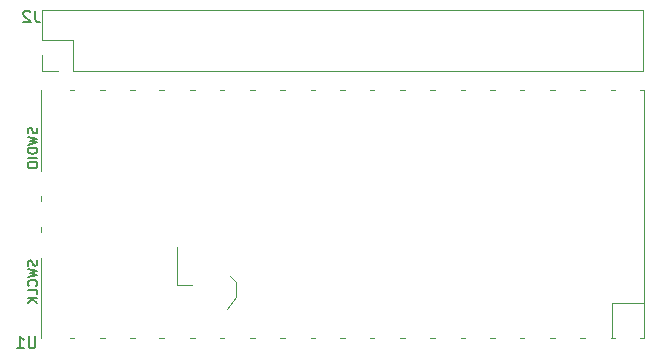
<source format=gbr>
%TF.GenerationSoftware,KiCad,Pcbnew,8.0.2*%
%TF.CreationDate,2024-05-24T16:47:28+07:00*%
%TF.ProjectId,ADC_pHAT,4144435f-7048-4415-942e-6b696361645f,rev?*%
%TF.SameCoordinates,PX5cbead0PY5705d50*%
%TF.FileFunction,Legend,Bot*%
%TF.FilePolarity,Positive*%
%FSLAX46Y46*%
G04 Gerber Fmt 4.6, Leading zero omitted, Abs format (unit mm)*
G04 Created by KiCad (PCBNEW 8.0.2) date 2024-05-24 16:47:28*
%MOMM*%
%LPD*%
G01*
G04 APERTURE LIST*
%ADD10C,0.100000*%
%ADD11C,0.150000*%
%ADD12C,0.200000*%
%ADD13C,0.120000*%
G04 APERTURE END LIST*
D10*
X22750000Y4000000D02*
X23500000Y5000000D01*
X18500000Y6000000D02*
X18500000Y9250000D01*
X23500000Y5000000D02*
X23500000Y6250000D01*
X23500000Y6250000D02*
X23000000Y6750000D01*
X19750000Y6000000D02*
X18500000Y6000000D01*
D11*
X6483333Y29245181D02*
X6483333Y28530896D01*
X6483333Y28530896D02*
X6530952Y28388039D01*
X6530952Y28388039D02*
X6626190Y28292800D01*
X6626190Y28292800D02*
X6769047Y28245181D01*
X6769047Y28245181D02*
X6864285Y28245181D01*
X6054761Y29149943D02*
X6007142Y29197562D01*
X6007142Y29197562D02*
X5911904Y29245181D01*
X5911904Y29245181D02*
X5673809Y29245181D01*
X5673809Y29245181D02*
X5578571Y29197562D01*
X5578571Y29197562D02*
X5530952Y29149943D01*
X5530952Y29149943D02*
X5483333Y29054705D01*
X5483333Y29054705D02*
X5483333Y28959467D01*
X5483333Y28959467D02*
X5530952Y28816610D01*
X5530952Y28816610D02*
X6102380Y28245181D01*
X6102380Y28245181D02*
X5483333Y28245181D01*
D12*
X6511904Y1647781D02*
X6511904Y838258D01*
X6511904Y838258D02*
X6464285Y743020D01*
X6464285Y743020D02*
X6416666Y695400D01*
X6416666Y695400D02*
X6321428Y647781D01*
X6321428Y647781D02*
X6130952Y647781D01*
X6130952Y647781D02*
X6035714Y695400D01*
X6035714Y695400D02*
X5988095Y743020D01*
X5988095Y743020D02*
X5940476Y838258D01*
X5940476Y838258D02*
X5940476Y1647781D01*
X4940476Y647781D02*
X5511904Y647781D01*
X5226190Y647781D02*
X5226190Y1647781D01*
X5226190Y1647781D02*
X5321428Y1504924D01*
X5321428Y1504924D02*
X5416666Y1409686D01*
X5416666Y1409686D02*
X5511904Y1362067D01*
D11*
X6624200Y8109525D02*
X6662295Y7995239D01*
X6662295Y7995239D02*
X6662295Y7804763D01*
X6662295Y7804763D02*
X6624200Y7728572D01*
X6624200Y7728572D02*
X6586104Y7690477D01*
X6586104Y7690477D02*
X6509914Y7652382D01*
X6509914Y7652382D02*
X6433723Y7652382D01*
X6433723Y7652382D02*
X6357533Y7690477D01*
X6357533Y7690477D02*
X6319438Y7728572D01*
X6319438Y7728572D02*
X6281342Y7804763D01*
X6281342Y7804763D02*
X6243247Y7957144D01*
X6243247Y7957144D02*
X6205152Y8033334D01*
X6205152Y8033334D02*
X6167057Y8071429D01*
X6167057Y8071429D02*
X6090866Y8109525D01*
X6090866Y8109525D02*
X6014676Y8109525D01*
X6014676Y8109525D02*
X5938485Y8071429D01*
X5938485Y8071429D02*
X5900390Y8033334D01*
X5900390Y8033334D02*
X5862295Y7957144D01*
X5862295Y7957144D02*
X5862295Y7766667D01*
X5862295Y7766667D02*
X5900390Y7652382D01*
X5862295Y7385715D02*
X6662295Y7195239D01*
X6662295Y7195239D02*
X6090866Y7042858D01*
X6090866Y7042858D02*
X6662295Y6890477D01*
X6662295Y6890477D02*
X5862295Y6700000D01*
X6586104Y5938095D02*
X6624200Y5976191D01*
X6624200Y5976191D02*
X6662295Y6090476D01*
X6662295Y6090476D02*
X6662295Y6166667D01*
X6662295Y6166667D02*
X6624200Y6280953D01*
X6624200Y6280953D02*
X6548009Y6357143D01*
X6548009Y6357143D02*
X6471819Y6395238D01*
X6471819Y6395238D02*
X6319438Y6433334D01*
X6319438Y6433334D02*
X6205152Y6433334D01*
X6205152Y6433334D02*
X6052771Y6395238D01*
X6052771Y6395238D02*
X5976580Y6357143D01*
X5976580Y6357143D02*
X5900390Y6280953D01*
X5900390Y6280953D02*
X5862295Y6166667D01*
X5862295Y6166667D02*
X5862295Y6090476D01*
X5862295Y6090476D02*
X5900390Y5976191D01*
X5900390Y5976191D02*
X5938485Y5938095D01*
X6662295Y5214286D02*
X6662295Y5595238D01*
X6662295Y5595238D02*
X5862295Y5595238D01*
X6662295Y4947619D02*
X5862295Y4947619D01*
X6662295Y4490476D02*
X6205152Y4833334D01*
X5862295Y4490476D02*
X6319438Y4947619D01*
X6624200Y19295239D02*
X6662295Y19180953D01*
X6662295Y19180953D02*
X6662295Y18990477D01*
X6662295Y18990477D02*
X6624200Y18914286D01*
X6624200Y18914286D02*
X6586104Y18876191D01*
X6586104Y18876191D02*
X6509914Y18838096D01*
X6509914Y18838096D02*
X6433723Y18838096D01*
X6433723Y18838096D02*
X6357533Y18876191D01*
X6357533Y18876191D02*
X6319438Y18914286D01*
X6319438Y18914286D02*
X6281342Y18990477D01*
X6281342Y18990477D02*
X6243247Y19142858D01*
X6243247Y19142858D02*
X6205152Y19219048D01*
X6205152Y19219048D02*
X6167057Y19257143D01*
X6167057Y19257143D02*
X6090866Y19295239D01*
X6090866Y19295239D02*
X6014676Y19295239D01*
X6014676Y19295239D02*
X5938485Y19257143D01*
X5938485Y19257143D02*
X5900390Y19219048D01*
X5900390Y19219048D02*
X5862295Y19142858D01*
X5862295Y19142858D02*
X5862295Y18952381D01*
X5862295Y18952381D02*
X5900390Y18838096D01*
X5862295Y18571429D02*
X6662295Y18380953D01*
X6662295Y18380953D02*
X6090866Y18228572D01*
X6090866Y18228572D02*
X6662295Y18076191D01*
X6662295Y18076191D02*
X5862295Y17885714D01*
X6662295Y17580952D02*
X5862295Y17580952D01*
X5862295Y17580952D02*
X5862295Y17390476D01*
X5862295Y17390476D02*
X5900390Y17276190D01*
X5900390Y17276190D02*
X5976580Y17200000D01*
X5976580Y17200000D02*
X6052771Y17161905D01*
X6052771Y17161905D02*
X6205152Y17123809D01*
X6205152Y17123809D02*
X6319438Y17123809D01*
X6319438Y17123809D02*
X6471819Y17161905D01*
X6471819Y17161905D02*
X6548009Y17200000D01*
X6548009Y17200000D02*
X6624200Y17276190D01*
X6624200Y17276190D02*
X6662295Y17390476D01*
X6662295Y17390476D02*
X6662295Y17580952D01*
X6662295Y16780952D02*
X5862295Y16780952D01*
X5862295Y16247619D02*
X5862295Y16095238D01*
X5862295Y16095238D02*
X5900390Y16019048D01*
X5900390Y16019048D02*
X5976580Y15942857D01*
X5976580Y15942857D02*
X6128961Y15904762D01*
X6128961Y15904762D02*
X6395628Y15904762D01*
X6395628Y15904762D02*
X6548009Y15942857D01*
X6548009Y15942857D02*
X6624200Y16019048D01*
X6624200Y16019048D02*
X6662295Y16095238D01*
X6662295Y16095238D02*
X6662295Y16247619D01*
X6662295Y16247619D02*
X6624200Y16323810D01*
X6624200Y16323810D02*
X6548009Y16400000D01*
X6548009Y16400000D02*
X6395628Y16438096D01*
X6395628Y16438096D02*
X6128961Y16438096D01*
X6128961Y16438096D02*
X5976580Y16400000D01*
X5976580Y16400000D02*
X5900390Y16323810D01*
X5900390Y16323810D02*
X5862295Y16247619D01*
D13*
%TO.C,J2*%
X7070000Y26730000D02*
X7070000Y29330000D01*
X7070000Y24130000D02*
X7070000Y25460000D01*
X8400000Y24130000D02*
X7070000Y24130000D01*
X9670000Y26730000D02*
X7070000Y26730000D01*
X9670000Y24130000D02*
X9670000Y26730000D01*
X57990000Y29330000D02*
X7070000Y29330000D01*
X57990000Y24130000D02*
X9670000Y24130000D01*
X57990000Y24130000D02*
X57990000Y29330000D01*
%TO.C,U1*%
X7000000Y15700000D02*
X7000000Y22500000D01*
X7000000Y13500000D02*
X7000000Y13100000D01*
X7000000Y10900000D02*
X7000000Y10500000D01*
X7000000Y1500000D02*
X7000000Y8300000D01*
X9400000Y22500000D02*
X9800000Y22500000D01*
X9400000Y1500000D02*
X9800000Y1500000D01*
X12000000Y22500000D02*
X12400000Y22500000D01*
X12000000Y1500000D02*
X12400000Y1500000D01*
X14500000Y22500000D02*
X14900000Y22500000D01*
X14500000Y1500000D02*
X14900000Y1500000D01*
X17000000Y22500000D02*
X17400000Y22500000D01*
X17000000Y1500000D02*
X17400000Y1500000D01*
X19600000Y22500000D02*
X20000000Y22500000D01*
X19600000Y1500000D02*
X20000000Y1500000D01*
X22100000Y22500000D02*
X22500000Y22500000D01*
X22100000Y1500000D02*
X22500000Y1500000D01*
X24700000Y22500000D02*
X25100000Y22500000D01*
X24700000Y1500000D02*
X25100000Y1500000D01*
X27200000Y22500000D02*
X27600000Y22500000D01*
X27200000Y1500000D02*
X27600000Y1500000D01*
X29800000Y22500000D02*
X30200000Y22500000D01*
X29800000Y1500000D02*
X30200000Y1500000D01*
X32300000Y22500000D02*
X32700000Y22500000D01*
X32300000Y1500000D02*
X32700000Y1500000D01*
X34800000Y22500000D02*
X35200000Y22500000D01*
X34800000Y1500000D02*
X35200000Y1500000D01*
X37400000Y22500000D02*
X37800000Y22500000D01*
X37400000Y1500000D02*
X37800000Y1500000D01*
X39900000Y22500000D02*
X40300000Y22500000D01*
X39900000Y1500000D02*
X40300000Y1500000D01*
X42500000Y22500000D02*
X42900000Y22500000D01*
X42500000Y1500000D02*
X42900000Y1500000D01*
X45000000Y22500000D02*
X45400000Y22500000D01*
X45000000Y1500000D02*
X45400000Y1500000D01*
X47500000Y22500000D02*
X47900000Y22500000D01*
X47500000Y1500000D02*
X47900000Y1500000D01*
X50100000Y22500000D02*
X50500000Y22500000D01*
X50100000Y1500000D02*
X50500000Y1500000D01*
X52600000Y22500000D02*
X53000000Y22500000D01*
X52600000Y1500000D02*
X53000000Y1500000D01*
X55200000Y22500000D02*
X55600000Y22500000D01*
X55200000Y1500000D02*
X55600000Y1500000D01*
X55333000Y4507000D02*
X55333000Y1500000D01*
X57700000Y22500000D02*
X58000000Y22500000D01*
X57700000Y1500000D02*
X58000000Y1500000D01*
X58000000Y22500000D02*
X58000000Y1500000D01*
X58000000Y4507000D02*
X55333000Y4507000D01*
%TD*%
M02*

</source>
